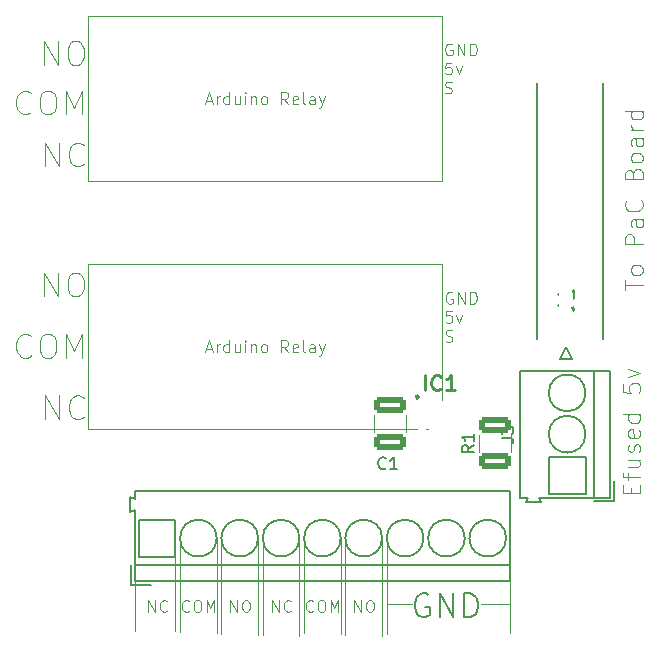
<source format=gto>
%TF.GenerationSoftware,KiCad,Pcbnew,9.0.0*%
%TF.CreationDate,2025-04-09T17:27:32-07:00*%
%TF.ProjectId,Relay Board,52656c61-7920-4426-9f61-72642e6b6963,rev?*%
%TF.SameCoordinates,Original*%
%TF.FileFunction,Legend,Top*%
%TF.FilePolarity,Positive*%
%FSLAX46Y46*%
G04 Gerber Fmt 4.6, Leading zero omitted, Abs format (unit mm)*
G04 Created by KiCad (PCBNEW 9.0.0) date 2025-04-09 17:27:32*
%MOMM*%
%LPD*%
G01*
G04 APERTURE LIST*
G04 Aperture macros list*
%AMRoundRect*
0 Rectangle with rounded corners*
0 $1 Rounding radius*
0 $2 $3 $4 $5 $6 $7 $8 $9 X,Y pos of 4 corners*
0 Add a 4 corners polygon primitive as box body*
4,1,4,$2,$3,$4,$5,$6,$7,$8,$9,$2,$3,0*
0 Add four circle primitives for the rounded corners*
1,1,$1+$1,$2,$3*
1,1,$1+$1,$4,$5*
1,1,$1+$1,$6,$7*
1,1,$1+$1,$8,$9*
0 Add four rect primitives between the rounded corners*
20,1,$1+$1,$2,$3,$4,$5,0*
20,1,$1+$1,$4,$5,$6,$7,0*
20,1,$1+$1,$6,$7,$8,$9,0*
20,1,$1+$1,$8,$9,$2,$3,0*%
G04 Aperture macros list end*
%ADD10C,0.100000*%
%ADD11C,0.200000*%
%ADD12C,0.254000*%
%ADD13C,0.150000*%
%ADD14C,0.250000*%
%ADD15C,0.127000*%
%ADD16C,0.120000*%
%ADD17C,0.160000*%
%ADD18C,2.000000*%
%ADD19R,0.750000X0.300000*%
%ADD20R,1.900000X2.600000*%
%ADD21R,1.170000X1.170000*%
%ADD22C,1.170000*%
%ADD23C,2.560000*%
%ADD24RoundRect,0.250000X-1.100000X0.412500X-1.100000X-0.412500X1.100000X-0.412500X1.100000X0.412500X0*%
%ADD25R,2.400000X2.400000*%
%ADD26C,2.400000*%
%ADD27C,6.000000*%
%ADD28RoundRect,0.250000X1.075000X-0.400000X1.075000X0.400000X-1.075000X0.400000X-1.075000X-0.400000X0*%
G04 APERTURE END LIST*
D10*
X109498214Y-145030000D02*
X109500000Y-149250000D01*
X119933214Y-141400000D02*
X119933214Y-149600000D01*
X116823214Y-141400000D02*
X116823214Y-149475000D01*
X138800000Y-147000000D02*
X141200000Y-147000000D01*
X113323214Y-141400000D02*
X113323214Y-149325000D01*
X126933214Y-141400000D02*
X126933214Y-149500000D01*
X130433214Y-141400000D02*
X130433214Y-149650000D01*
X141258214Y-145030000D02*
X141258214Y-149425007D01*
X123823214Y-141400000D02*
X123823214Y-149425000D01*
X127323214Y-141400000D02*
X127323214Y-149575000D01*
X112933214Y-142955000D02*
X112933214Y-149275000D01*
X120323214Y-141400000D02*
X120323214Y-149575000D01*
X116433214Y-141400000D02*
X116433214Y-149425000D01*
X123433214Y-141399996D02*
X123433214Y-149675000D01*
X130823214Y-141400000D02*
X130825000Y-149500000D01*
X133000000Y-147000000D02*
X130825000Y-147000000D01*
X128068690Y-147642419D02*
X128068690Y-146642419D01*
X128068690Y-146642419D02*
X128640118Y-147642419D01*
X128640118Y-147642419D02*
X128640118Y-146642419D01*
X129306785Y-146642419D02*
X129497261Y-146642419D01*
X129497261Y-146642419D02*
X129592499Y-146690038D01*
X129592499Y-146690038D02*
X129687737Y-146785276D01*
X129687737Y-146785276D02*
X129735356Y-146975752D01*
X129735356Y-146975752D02*
X129735356Y-147309085D01*
X129735356Y-147309085D02*
X129687737Y-147499561D01*
X129687737Y-147499561D02*
X129592499Y-147594800D01*
X129592499Y-147594800D02*
X129497261Y-147642419D01*
X129497261Y-147642419D02*
X129306785Y-147642419D01*
X129306785Y-147642419D02*
X129211547Y-147594800D01*
X129211547Y-147594800D02*
X129116309Y-147499561D01*
X129116309Y-147499561D02*
X129068690Y-147309085D01*
X129068690Y-147309085D02*
X129068690Y-146975752D01*
X129068690Y-146975752D02*
X129116309Y-146785276D01*
X129116309Y-146785276D02*
X129211547Y-146690038D01*
X129211547Y-146690038D02*
X129306785Y-146642419D01*
X136352693Y-99570094D02*
X136257455Y-99522475D01*
X136257455Y-99522475D02*
X136114598Y-99522475D01*
X136114598Y-99522475D02*
X135971741Y-99570094D01*
X135971741Y-99570094D02*
X135876503Y-99665332D01*
X135876503Y-99665332D02*
X135828884Y-99760570D01*
X135828884Y-99760570D02*
X135781265Y-99951046D01*
X135781265Y-99951046D02*
X135781265Y-100093903D01*
X135781265Y-100093903D02*
X135828884Y-100284379D01*
X135828884Y-100284379D02*
X135876503Y-100379617D01*
X135876503Y-100379617D02*
X135971741Y-100474856D01*
X135971741Y-100474856D02*
X136114598Y-100522475D01*
X136114598Y-100522475D02*
X136209836Y-100522475D01*
X136209836Y-100522475D02*
X136352693Y-100474856D01*
X136352693Y-100474856D02*
X136400312Y-100427236D01*
X136400312Y-100427236D02*
X136400312Y-100093903D01*
X136400312Y-100093903D02*
X136209836Y-100093903D01*
X136828884Y-100522475D02*
X136828884Y-99522475D01*
X136828884Y-99522475D02*
X137400312Y-100522475D01*
X137400312Y-100522475D02*
X137400312Y-99522475D01*
X137876503Y-100522475D02*
X137876503Y-99522475D01*
X137876503Y-99522475D02*
X138114598Y-99522475D01*
X138114598Y-99522475D02*
X138257455Y-99570094D01*
X138257455Y-99570094D02*
X138352693Y-99665332D01*
X138352693Y-99665332D02*
X138400312Y-99760570D01*
X138400312Y-99760570D02*
X138447931Y-99951046D01*
X138447931Y-99951046D02*
X138447931Y-100093903D01*
X138447931Y-100093903D02*
X138400312Y-100284379D01*
X138400312Y-100284379D02*
X138352693Y-100379617D01*
X138352693Y-100379617D02*
X138257455Y-100474856D01*
X138257455Y-100474856D02*
X138114598Y-100522475D01*
X138114598Y-100522475D02*
X137876503Y-100522475D01*
X136305074Y-101132419D02*
X135828884Y-101132419D01*
X135828884Y-101132419D02*
X135781265Y-101608609D01*
X135781265Y-101608609D02*
X135828884Y-101560990D01*
X135828884Y-101560990D02*
X135924122Y-101513371D01*
X135924122Y-101513371D02*
X136162217Y-101513371D01*
X136162217Y-101513371D02*
X136257455Y-101560990D01*
X136257455Y-101560990D02*
X136305074Y-101608609D01*
X136305074Y-101608609D02*
X136352693Y-101703847D01*
X136352693Y-101703847D02*
X136352693Y-101941942D01*
X136352693Y-101941942D02*
X136305074Y-102037180D01*
X136305074Y-102037180D02*
X136257455Y-102084800D01*
X136257455Y-102084800D02*
X136162217Y-102132419D01*
X136162217Y-102132419D02*
X135924122Y-102132419D01*
X135924122Y-102132419D02*
X135828884Y-102084800D01*
X135828884Y-102084800D02*
X135781265Y-102037180D01*
X136686027Y-101465752D02*
X136924122Y-102132419D01*
X136924122Y-102132419D02*
X137162217Y-101465752D01*
X135781265Y-103694744D02*
X135924122Y-103742363D01*
X135924122Y-103742363D02*
X136162217Y-103742363D01*
X136162217Y-103742363D02*
X136257455Y-103694744D01*
X136257455Y-103694744D02*
X136305074Y-103647124D01*
X136305074Y-103647124D02*
X136352693Y-103551886D01*
X136352693Y-103551886D02*
X136352693Y-103456648D01*
X136352693Y-103456648D02*
X136305074Y-103361410D01*
X136305074Y-103361410D02*
X136257455Y-103313791D01*
X136257455Y-103313791D02*
X136162217Y-103266172D01*
X136162217Y-103266172D02*
X135971741Y-103218553D01*
X135971741Y-103218553D02*
X135876503Y-103170934D01*
X135876503Y-103170934D02*
X135828884Y-103123315D01*
X135828884Y-103123315D02*
X135781265Y-103028077D01*
X135781265Y-103028077D02*
X135781265Y-102932839D01*
X135781265Y-102932839D02*
X135828884Y-102837601D01*
X135828884Y-102837601D02*
X135876503Y-102789982D01*
X135876503Y-102789982D02*
X135971741Y-102742363D01*
X135971741Y-102742363D02*
X136209836Y-102742363D01*
X136209836Y-102742363D02*
X136352693Y-102789982D01*
X101819925Y-101320038D02*
X101819925Y-99320038D01*
X101819925Y-99320038D02*
X102962782Y-101320038D01*
X102962782Y-101320038D02*
X102962782Y-99320038D01*
X104296115Y-99320038D02*
X104677068Y-99320038D01*
X104677068Y-99320038D02*
X104867544Y-99415276D01*
X104867544Y-99415276D02*
X105058020Y-99605752D01*
X105058020Y-99605752D02*
X105153258Y-99986704D01*
X105153258Y-99986704D02*
X105153258Y-100653371D01*
X105153258Y-100653371D02*
X105058020Y-101034323D01*
X105058020Y-101034323D02*
X104867544Y-101224800D01*
X104867544Y-101224800D02*
X104677068Y-101320038D01*
X104677068Y-101320038D02*
X104296115Y-101320038D01*
X104296115Y-101320038D02*
X104105639Y-101224800D01*
X104105639Y-101224800D02*
X103915163Y-101034323D01*
X103915163Y-101034323D02*
X103819925Y-100653371D01*
X103819925Y-100653371D02*
X103819925Y-99986704D01*
X103819925Y-99986704D02*
X103915163Y-99605752D01*
X103915163Y-99605752D02*
X104105639Y-99415276D01*
X104105639Y-99415276D02*
X104296115Y-99320038D01*
X101819925Y-120920038D02*
X101819925Y-118920038D01*
X101819925Y-118920038D02*
X102962782Y-120920038D01*
X102962782Y-120920038D02*
X102962782Y-118920038D01*
X104296115Y-118920038D02*
X104677068Y-118920038D01*
X104677068Y-118920038D02*
X104867544Y-119015276D01*
X104867544Y-119015276D02*
X105058020Y-119205752D01*
X105058020Y-119205752D02*
X105153258Y-119586704D01*
X105153258Y-119586704D02*
X105153258Y-120253371D01*
X105153258Y-120253371D02*
X105058020Y-120634323D01*
X105058020Y-120634323D02*
X104867544Y-120824800D01*
X104867544Y-120824800D02*
X104677068Y-120920038D01*
X104677068Y-120920038D02*
X104296115Y-120920038D01*
X104296115Y-120920038D02*
X104105639Y-120824800D01*
X104105639Y-120824800D02*
X103915163Y-120634323D01*
X103915163Y-120634323D02*
X103819925Y-120253371D01*
X103819925Y-120253371D02*
X103819925Y-119586704D01*
X103819925Y-119586704D02*
X103915163Y-119205752D01*
X103915163Y-119205752D02*
X104105639Y-119015276D01*
X104105639Y-119015276D02*
X104296115Y-118920038D01*
X151503014Y-137614285D02*
X151503014Y-137114285D01*
X152288728Y-136899999D02*
X152288728Y-137614285D01*
X152288728Y-137614285D02*
X150788728Y-137614285D01*
X150788728Y-137614285D02*
X150788728Y-136899999D01*
X151288728Y-136471427D02*
X151288728Y-135899999D01*
X152288728Y-136257142D02*
X151003014Y-136257142D01*
X151003014Y-136257142D02*
X150860157Y-136185713D01*
X150860157Y-136185713D02*
X150788728Y-136042856D01*
X150788728Y-136042856D02*
X150788728Y-135899999D01*
X151288728Y-134757142D02*
X152288728Y-134757142D01*
X151288728Y-135399999D02*
X152074442Y-135399999D01*
X152074442Y-135399999D02*
X152217300Y-135328570D01*
X152217300Y-135328570D02*
X152288728Y-135185713D01*
X152288728Y-135185713D02*
X152288728Y-134971427D01*
X152288728Y-134971427D02*
X152217300Y-134828570D01*
X152217300Y-134828570D02*
X152145871Y-134757142D01*
X152217300Y-134114284D02*
X152288728Y-133971427D01*
X152288728Y-133971427D02*
X152288728Y-133685713D01*
X152288728Y-133685713D02*
X152217300Y-133542856D01*
X152217300Y-133542856D02*
X152074442Y-133471427D01*
X152074442Y-133471427D02*
X152003014Y-133471427D01*
X152003014Y-133471427D02*
X151860157Y-133542856D01*
X151860157Y-133542856D02*
X151788728Y-133685713D01*
X151788728Y-133685713D02*
X151788728Y-133899999D01*
X151788728Y-133899999D02*
X151717300Y-134042856D01*
X151717300Y-134042856D02*
X151574442Y-134114284D01*
X151574442Y-134114284D02*
X151503014Y-134114284D01*
X151503014Y-134114284D02*
X151360157Y-134042856D01*
X151360157Y-134042856D02*
X151288728Y-133899999D01*
X151288728Y-133899999D02*
X151288728Y-133685713D01*
X151288728Y-133685713D02*
X151360157Y-133542856D01*
X152217300Y-132257141D02*
X152288728Y-132399998D01*
X152288728Y-132399998D02*
X152288728Y-132685713D01*
X152288728Y-132685713D02*
X152217300Y-132828570D01*
X152217300Y-132828570D02*
X152074442Y-132899998D01*
X152074442Y-132899998D02*
X151503014Y-132899998D01*
X151503014Y-132899998D02*
X151360157Y-132828570D01*
X151360157Y-132828570D02*
X151288728Y-132685713D01*
X151288728Y-132685713D02*
X151288728Y-132399998D01*
X151288728Y-132399998D02*
X151360157Y-132257141D01*
X151360157Y-132257141D02*
X151503014Y-132185713D01*
X151503014Y-132185713D02*
X151645871Y-132185713D01*
X151645871Y-132185713D02*
X151788728Y-132899998D01*
X152288728Y-130899999D02*
X150788728Y-130899999D01*
X152217300Y-130899999D02*
X152288728Y-131042856D01*
X152288728Y-131042856D02*
X152288728Y-131328570D01*
X152288728Y-131328570D02*
X152217300Y-131471427D01*
X152217300Y-131471427D02*
X152145871Y-131542856D01*
X152145871Y-131542856D02*
X152003014Y-131614284D01*
X152003014Y-131614284D02*
X151574442Y-131614284D01*
X151574442Y-131614284D02*
X151431585Y-131542856D01*
X151431585Y-131542856D02*
X151360157Y-131471427D01*
X151360157Y-131471427D02*
X151288728Y-131328570D01*
X151288728Y-131328570D02*
X151288728Y-131042856D01*
X151288728Y-131042856D02*
X151360157Y-130899999D01*
X150788728Y-128328570D02*
X150788728Y-129042856D01*
X150788728Y-129042856D02*
X151503014Y-129114284D01*
X151503014Y-129114284D02*
X151431585Y-129042856D01*
X151431585Y-129042856D02*
X151360157Y-128899999D01*
X151360157Y-128899999D02*
X151360157Y-128542856D01*
X151360157Y-128542856D02*
X151431585Y-128399999D01*
X151431585Y-128399999D02*
X151503014Y-128328570D01*
X151503014Y-128328570D02*
X151645871Y-128257141D01*
X151645871Y-128257141D02*
X152003014Y-128257141D01*
X152003014Y-128257141D02*
X152145871Y-128328570D01*
X152145871Y-128328570D02*
X152217300Y-128399999D01*
X152217300Y-128399999D02*
X152288728Y-128542856D01*
X152288728Y-128542856D02*
X152288728Y-128899999D01*
X152288728Y-128899999D02*
X152217300Y-129042856D01*
X152217300Y-129042856D02*
X152145871Y-129114284D01*
X151288728Y-127757142D02*
X152288728Y-127399999D01*
X152288728Y-127399999D02*
X151288728Y-127042856D01*
D11*
X134354404Y-146180076D02*
X134163928Y-146084838D01*
X134163928Y-146084838D02*
X133878214Y-146084838D01*
X133878214Y-146084838D02*
X133592499Y-146180076D01*
X133592499Y-146180076D02*
X133402023Y-146370552D01*
X133402023Y-146370552D02*
X133306785Y-146561028D01*
X133306785Y-146561028D02*
X133211547Y-146941980D01*
X133211547Y-146941980D02*
X133211547Y-147227695D01*
X133211547Y-147227695D02*
X133306785Y-147608647D01*
X133306785Y-147608647D02*
X133402023Y-147799123D01*
X133402023Y-147799123D02*
X133592499Y-147989600D01*
X133592499Y-147989600D02*
X133878214Y-148084838D01*
X133878214Y-148084838D02*
X134068690Y-148084838D01*
X134068690Y-148084838D02*
X134354404Y-147989600D01*
X134354404Y-147989600D02*
X134449642Y-147894361D01*
X134449642Y-147894361D02*
X134449642Y-147227695D01*
X134449642Y-147227695D02*
X134068690Y-147227695D01*
X135306785Y-148084838D02*
X135306785Y-146084838D01*
X135306785Y-146084838D02*
X136449642Y-148084838D01*
X136449642Y-148084838D02*
X136449642Y-146084838D01*
X137402023Y-148084838D02*
X137402023Y-146084838D01*
X137402023Y-146084838D02*
X137878213Y-146084838D01*
X137878213Y-146084838D02*
X138163928Y-146180076D01*
X138163928Y-146180076D02*
X138354404Y-146370552D01*
X138354404Y-146370552D02*
X138449642Y-146561028D01*
X138449642Y-146561028D02*
X138544880Y-146941980D01*
X138544880Y-146941980D02*
X138544880Y-147227695D01*
X138544880Y-147227695D02*
X138449642Y-147608647D01*
X138449642Y-147608647D02*
X138354404Y-147799123D01*
X138354404Y-147799123D02*
X138163928Y-147989600D01*
X138163928Y-147989600D02*
X137878213Y-148084838D01*
X137878213Y-148084838D02*
X137402023Y-148084838D01*
D10*
X110592500Y-147642419D02*
X110592500Y-146642419D01*
X110592500Y-146642419D02*
X111163928Y-147642419D01*
X111163928Y-147642419D02*
X111163928Y-146642419D01*
X112211547Y-147547180D02*
X112163928Y-147594800D01*
X112163928Y-147594800D02*
X112021071Y-147642419D01*
X112021071Y-147642419D02*
X111925833Y-147642419D01*
X111925833Y-147642419D02*
X111782976Y-147594800D01*
X111782976Y-147594800D02*
X111687738Y-147499561D01*
X111687738Y-147499561D02*
X111640119Y-147404323D01*
X111640119Y-147404323D02*
X111592500Y-147213847D01*
X111592500Y-147213847D02*
X111592500Y-147070990D01*
X111592500Y-147070990D02*
X111640119Y-146880514D01*
X111640119Y-146880514D02*
X111687738Y-146785276D01*
X111687738Y-146785276D02*
X111782976Y-146690038D01*
X111782976Y-146690038D02*
X111925833Y-146642419D01*
X111925833Y-146642419D02*
X112021071Y-146642419D01*
X112021071Y-146642419D02*
X112163928Y-146690038D01*
X112163928Y-146690038D02*
X112211547Y-146737657D01*
X100699092Y-105329561D02*
X100603854Y-105424800D01*
X100603854Y-105424800D02*
X100318140Y-105520038D01*
X100318140Y-105520038D02*
X100127664Y-105520038D01*
X100127664Y-105520038D02*
X99841949Y-105424800D01*
X99841949Y-105424800D02*
X99651473Y-105234323D01*
X99651473Y-105234323D02*
X99556235Y-105043847D01*
X99556235Y-105043847D02*
X99460997Y-104662895D01*
X99460997Y-104662895D02*
X99460997Y-104377180D01*
X99460997Y-104377180D02*
X99556235Y-103996228D01*
X99556235Y-103996228D02*
X99651473Y-103805752D01*
X99651473Y-103805752D02*
X99841949Y-103615276D01*
X99841949Y-103615276D02*
X100127664Y-103520038D01*
X100127664Y-103520038D02*
X100318140Y-103520038D01*
X100318140Y-103520038D02*
X100603854Y-103615276D01*
X100603854Y-103615276D02*
X100699092Y-103710514D01*
X101937187Y-103520038D02*
X102318140Y-103520038D01*
X102318140Y-103520038D02*
X102508616Y-103615276D01*
X102508616Y-103615276D02*
X102699092Y-103805752D01*
X102699092Y-103805752D02*
X102794330Y-104186704D01*
X102794330Y-104186704D02*
X102794330Y-104853371D01*
X102794330Y-104853371D02*
X102699092Y-105234323D01*
X102699092Y-105234323D02*
X102508616Y-105424800D01*
X102508616Y-105424800D02*
X102318140Y-105520038D01*
X102318140Y-105520038D02*
X101937187Y-105520038D01*
X101937187Y-105520038D02*
X101746711Y-105424800D01*
X101746711Y-105424800D02*
X101556235Y-105234323D01*
X101556235Y-105234323D02*
X101460997Y-104853371D01*
X101460997Y-104853371D02*
X101460997Y-104186704D01*
X101460997Y-104186704D02*
X101556235Y-103805752D01*
X101556235Y-103805752D02*
X101746711Y-103615276D01*
X101746711Y-103615276D02*
X101937187Y-103520038D01*
X103651473Y-105520038D02*
X103651473Y-103520038D01*
X103651473Y-103520038D02*
X104318140Y-104948609D01*
X104318140Y-104948609D02*
X104984806Y-103520038D01*
X104984806Y-103520038D02*
X104984806Y-105520038D01*
X100699092Y-125929561D02*
X100603854Y-126024800D01*
X100603854Y-126024800D02*
X100318140Y-126120038D01*
X100318140Y-126120038D02*
X100127664Y-126120038D01*
X100127664Y-126120038D02*
X99841949Y-126024800D01*
X99841949Y-126024800D02*
X99651473Y-125834323D01*
X99651473Y-125834323D02*
X99556235Y-125643847D01*
X99556235Y-125643847D02*
X99460997Y-125262895D01*
X99460997Y-125262895D02*
X99460997Y-124977180D01*
X99460997Y-124977180D02*
X99556235Y-124596228D01*
X99556235Y-124596228D02*
X99651473Y-124405752D01*
X99651473Y-124405752D02*
X99841949Y-124215276D01*
X99841949Y-124215276D02*
X100127664Y-124120038D01*
X100127664Y-124120038D02*
X100318140Y-124120038D01*
X100318140Y-124120038D02*
X100603854Y-124215276D01*
X100603854Y-124215276D02*
X100699092Y-124310514D01*
X101937187Y-124120038D02*
X102318140Y-124120038D01*
X102318140Y-124120038D02*
X102508616Y-124215276D01*
X102508616Y-124215276D02*
X102699092Y-124405752D01*
X102699092Y-124405752D02*
X102794330Y-124786704D01*
X102794330Y-124786704D02*
X102794330Y-125453371D01*
X102794330Y-125453371D02*
X102699092Y-125834323D01*
X102699092Y-125834323D02*
X102508616Y-126024800D01*
X102508616Y-126024800D02*
X102318140Y-126120038D01*
X102318140Y-126120038D02*
X101937187Y-126120038D01*
X101937187Y-126120038D02*
X101746711Y-126024800D01*
X101746711Y-126024800D02*
X101556235Y-125834323D01*
X101556235Y-125834323D02*
X101460997Y-125453371D01*
X101460997Y-125453371D02*
X101460997Y-124786704D01*
X101460997Y-124786704D02*
X101556235Y-124405752D01*
X101556235Y-124405752D02*
X101746711Y-124215276D01*
X101746711Y-124215276D02*
X101937187Y-124120038D01*
X103651473Y-126120038D02*
X103651473Y-124120038D01*
X103651473Y-124120038D02*
X104318140Y-125548609D01*
X104318140Y-125548609D02*
X104984806Y-124120038D01*
X104984806Y-124120038D02*
X104984806Y-126120038D01*
X101915163Y-131320038D02*
X101915163Y-129320038D01*
X101915163Y-129320038D02*
X103058020Y-131320038D01*
X103058020Y-131320038D02*
X103058020Y-129320038D01*
X105153258Y-131129561D02*
X105058020Y-131224800D01*
X105058020Y-131224800D02*
X104772306Y-131320038D01*
X104772306Y-131320038D02*
X104581830Y-131320038D01*
X104581830Y-131320038D02*
X104296115Y-131224800D01*
X104296115Y-131224800D02*
X104105639Y-131034323D01*
X104105639Y-131034323D02*
X104010401Y-130843847D01*
X104010401Y-130843847D02*
X103915163Y-130462895D01*
X103915163Y-130462895D02*
X103915163Y-130177180D01*
X103915163Y-130177180D02*
X104010401Y-129796228D01*
X104010401Y-129796228D02*
X104105639Y-129605752D01*
X104105639Y-129605752D02*
X104296115Y-129415276D01*
X104296115Y-129415276D02*
X104581830Y-129320038D01*
X104581830Y-129320038D02*
X104772306Y-129320038D01*
X104772306Y-129320038D02*
X105058020Y-129415276D01*
X105058020Y-129415276D02*
X105153258Y-129510514D01*
X117568690Y-147642419D02*
X117568690Y-146642419D01*
X117568690Y-146642419D02*
X118140118Y-147642419D01*
X118140118Y-147642419D02*
X118140118Y-146642419D01*
X118806785Y-146642419D02*
X118997261Y-146642419D01*
X118997261Y-146642419D02*
X119092499Y-146690038D01*
X119092499Y-146690038D02*
X119187737Y-146785276D01*
X119187737Y-146785276D02*
X119235356Y-146975752D01*
X119235356Y-146975752D02*
X119235356Y-147309085D01*
X119235356Y-147309085D02*
X119187737Y-147499561D01*
X119187737Y-147499561D02*
X119092499Y-147594800D01*
X119092499Y-147594800D02*
X118997261Y-147642419D01*
X118997261Y-147642419D02*
X118806785Y-147642419D01*
X118806785Y-147642419D02*
X118711547Y-147594800D01*
X118711547Y-147594800D02*
X118616309Y-147499561D01*
X118616309Y-147499561D02*
X118568690Y-147309085D01*
X118568690Y-147309085D02*
X118568690Y-146975752D01*
X118568690Y-146975752D02*
X118616309Y-146785276D01*
X118616309Y-146785276D02*
X118711547Y-146690038D01*
X118711547Y-146690038D02*
X118806785Y-146642419D01*
X114092499Y-147547180D02*
X114044880Y-147594800D01*
X114044880Y-147594800D02*
X113902023Y-147642419D01*
X113902023Y-147642419D02*
X113806785Y-147642419D01*
X113806785Y-147642419D02*
X113663928Y-147594800D01*
X113663928Y-147594800D02*
X113568690Y-147499561D01*
X113568690Y-147499561D02*
X113521071Y-147404323D01*
X113521071Y-147404323D02*
X113473452Y-147213847D01*
X113473452Y-147213847D02*
X113473452Y-147070990D01*
X113473452Y-147070990D02*
X113521071Y-146880514D01*
X113521071Y-146880514D02*
X113568690Y-146785276D01*
X113568690Y-146785276D02*
X113663928Y-146690038D01*
X113663928Y-146690038D02*
X113806785Y-146642419D01*
X113806785Y-146642419D02*
X113902023Y-146642419D01*
X113902023Y-146642419D02*
X114044880Y-146690038D01*
X114044880Y-146690038D02*
X114092499Y-146737657D01*
X114711547Y-146642419D02*
X114902023Y-146642419D01*
X114902023Y-146642419D02*
X114997261Y-146690038D01*
X114997261Y-146690038D02*
X115092499Y-146785276D01*
X115092499Y-146785276D02*
X115140118Y-146975752D01*
X115140118Y-146975752D02*
X115140118Y-147309085D01*
X115140118Y-147309085D02*
X115092499Y-147499561D01*
X115092499Y-147499561D02*
X114997261Y-147594800D01*
X114997261Y-147594800D02*
X114902023Y-147642419D01*
X114902023Y-147642419D02*
X114711547Y-147642419D01*
X114711547Y-147642419D02*
X114616309Y-147594800D01*
X114616309Y-147594800D02*
X114521071Y-147499561D01*
X114521071Y-147499561D02*
X114473452Y-147309085D01*
X114473452Y-147309085D02*
X114473452Y-146975752D01*
X114473452Y-146975752D02*
X114521071Y-146785276D01*
X114521071Y-146785276D02*
X114616309Y-146690038D01*
X114616309Y-146690038D02*
X114711547Y-146642419D01*
X115568690Y-147642419D02*
X115568690Y-146642419D01*
X115568690Y-146642419D02*
X115902023Y-147356704D01*
X115902023Y-147356704D02*
X116235356Y-146642419D01*
X116235356Y-146642419D02*
X116235356Y-147642419D01*
X136377693Y-120595094D02*
X136282455Y-120547475D01*
X136282455Y-120547475D02*
X136139598Y-120547475D01*
X136139598Y-120547475D02*
X135996741Y-120595094D01*
X135996741Y-120595094D02*
X135901503Y-120690332D01*
X135901503Y-120690332D02*
X135853884Y-120785570D01*
X135853884Y-120785570D02*
X135806265Y-120976046D01*
X135806265Y-120976046D02*
X135806265Y-121118903D01*
X135806265Y-121118903D02*
X135853884Y-121309379D01*
X135853884Y-121309379D02*
X135901503Y-121404617D01*
X135901503Y-121404617D02*
X135996741Y-121499856D01*
X135996741Y-121499856D02*
X136139598Y-121547475D01*
X136139598Y-121547475D02*
X136234836Y-121547475D01*
X136234836Y-121547475D02*
X136377693Y-121499856D01*
X136377693Y-121499856D02*
X136425312Y-121452236D01*
X136425312Y-121452236D02*
X136425312Y-121118903D01*
X136425312Y-121118903D02*
X136234836Y-121118903D01*
X136853884Y-121547475D02*
X136853884Y-120547475D01*
X136853884Y-120547475D02*
X137425312Y-121547475D01*
X137425312Y-121547475D02*
X137425312Y-120547475D01*
X137901503Y-121547475D02*
X137901503Y-120547475D01*
X137901503Y-120547475D02*
X138139598Y-120547475D01*
X138139598Y-120547475D02*
X138282455Y-120595094D01*
X138282455Y-120595094D02*
X138377693Y-120690332D01*
X138377693Y-120690332D02*
X138425312Y-120785570D01*
X138425312Y-120785570D02*
X138472931Y-120976046D01*
X138472931Y-120976046D02*
X138472931Y-121118903D01*
X138472931Y-121118903D02*
X138425312Y-121309379D01*
X138425312Y-121309379D02*
X138377693Y-121404617D01*
X138377693Y-121404617D02*
X138282455Y-121499856D01*
X138282455Y-121499856D02*
X138139598Y-121547475D01*
X138139598Y-121547475D02*
X137901503Y-121547475D01*
X136330074Y-122157419D02*
X135853884Y-122157419D01*
X135853884Y-122157419D02*
X135806265Y-122633609D01*
X135806265Y-122633609D02*
X135853884Y-122585990D01*
X135853884Y-122585990D02*
X135949122Y-122538371D01*
X135949122Y-122538371D02*
X136187217Y-122538371D01*
X136187217Y-122538371D02*
X136282455Y-122585990D01*
X136282455Y-122585990D02*
X136330074Y-122633609D01*
X136330074Y-122633609D02*
X136377693Y-122728847D01*
X136377693Y-122728847D02*
X136377693Y-122966942D01*
X136377693Y-122966942D02*
X136330074Y-123062180D01*
X136330074Y-123062180D02*
X136282455Y-123109800D01*
X136282455Y-123109800D02*
X136187217Y-123157419D01*
X136187217Y-123157419D02*
X135949122Y-123157419D01*
X135949122Y-123157419D02*
X135853884Y-123109800D01*
X135853884Y-123109800D02*
X135806265Y-123062180D01*
X136711027Y-122490752D02*
X136949122Y-123157419D01*
X136949122Y-123157419D02*
X137187217Y-122490752D01*
X135806265Y-124719744D02*
X135949122Y-124767363D01*
X135949122Y-124767363D02*
X136187217Y-124767363D01*
X136187217Y-124767363D02*
X136282455Y-124719744D01*
X136282455Y-124719744D02*
X136330074Y-124672124D01*
X136330074Y-124672124D02*
X136377693Y-124576886D01*
X136377693Y-124576886D02*
X136377693Y-124481648D01*
X136377693Y-124481648D02*
X136330074Y-124386410D01*
X136330074Y-124386410D02*
X136282455Y-124338791D01*
X136282455Y-124338791D02*
X136187217Y-124291172D01*
X136187217Y-124291172D02*
X135996741Y-124243553D01*
X135996741Y-124243553D02*
X135901503Y-124195934D01*
X135901503Y-124195934D02*
X135853884Y-124148315D01*
X135853884Y-124148315D02*
X135806265Y-124053077D01*
X135806265Y-124053077D02*
X135806265Y-123957839D01*
X135806265Y-123957839D02*
X135853884Y-123862601D01*
X135853884Y-123862601D02*
X135901503Y-123814982D01*
X135901503Y-123814982D02*
X135996741Y-123767363D01*
X135996741Y-123767363D02*
X136234836Y-123767363D01*
X136234836Y-123767363D02*
X136377693Y-123814982D01*
X150988728Y-120378570D02*
X150988728Y-119521428D01*
X152488728Y-119949999D02*
X150988728Y-119949999D01*
X152488728Y-118807142D02*
X152417300Y-118949999D01*
X152417300Y-118949999D02*
X152345871Y-119021428D01*
X152345871Y-119021428D02*
X152203014Y-119092856D01*
X152203014Y-119092856D02*
X151774442Y-119092856D01*
X151774442Y-119092856D02*
X151631585Y-119021428D01*
X151631585Y-119021428D02*
X151560157Y-118949999D01*
X151560157Y-118949999D02*
X151488728Y-118807142D01*
X151488728Y-118807142D02*
X151488728Y-118592856D01*
X151488728Y-118592856D02*
X151560157Y-118449999D01*
X151560157Y-118449999D02*
X151631585Y-118378571D01*
X151631585Y-118378571D02*
X151774442Y-118307142D01*
X151774442Y-118307142D02*
X152203014Y-118307142D01*
X152203014Y-118307142D02*
X152345871Y-118378571D01*
X152345871Y-118378571D02*
X152417300Y-118449999D01*
X152417300Y-118449999D02*
X152488728Y-118592856D01*
X152488728Y-118592856D02*
X152488728Y-118807142D01*
X152488728Y-116521428D02*
X150988728Y-116521428D01*
X150988728Y-116521428D02*
X150988728Y-115949999D01*
X150988728Y-115949999D02*
X151060157Y-115807142D01*
X151060157Y-115807142D02*
X151131585Y-115735713D01*
X151131585Y-115735713D02*
X151274442Y-115664285D01*
X151274442Y-115664285D02*
X151488728Y-115664285D01*
X151488728Y-115664285D02*
X151631585Y-115735713D01*
X151631585Y-115735713D02*
X151703014Y-115807142D01*
X151703014Y-115807142D02*
X151774442Y-115949999D01*
X151774442Y-115949999D02*
X151774442Y-116521428D01*
X152488728Y-114378571D02*
X151703014Y-114378571D01*
X151703014Y-114378571D02*
X151560157Y-114449999D01*
X151560157Y-114449999D02*
X151488728Y-114592856D01*
X151488728Y-114592856D02*
X151488728Y-114878571D01*
X151488728Y-114878571D02*
X151560157Y-115021428D01*
X152417300Y-114378571D02*
X152488728Y-114521428D01*
X152488728Y-114521428D02*
X152488728Y-114878571D01*
X152488728Y-114878571D02*
X152417300Y-115021428D01*
X152417300Y-115021428D02*
X152274442Y-115092856D01*
X152274442Y-115092856D02*
X152131585Y-115092856D01*
X152131585Y-115092856D02*
X151988728Y-115021428D01*
X151988728Y-115021428D02*
X151917300Y-114878571D01*
X151917300Y-114878571D02*
X151917300Y-114521428D01*
X151917300Y-114521428D02*
X151845871Y-114378571D01*
X152345871Y-112807142D02*
X152417300Y-112878570D01*
X152417300Y-112878570D02*
X152488728Y-113092856D01*
X152488728Y-113092856D02*
X152488728Y-113235713D01*
X152488728Y-113235713D02*
X152417300Y-113449999D01*
X152417300Y-113449999D02*
X152274442Y-113592856D01*
X152274442Y-113592856D02*
X152131585Y-113664285D01*
X152131585Y-113664285D02*
X151845871Y-113735713D01*
X151845871Y-113735713D02*
X151631585Y-113735713D01*
X151631585Y-113735713D02*
X151345871Y-113664285D01*
X151345871Y-113664285D02*
X151203014Y-113592856D01*
X151203014Y-113592856D02*
X151060157Y-113449999D01*
X151060157Y-113449999D02*
X150988728Y-113235713D01*
X150988728Y-113235713D02*
X150988728Y-113092856D01*
X150988728Y-113092856D02*
X151060157Y-112878570D01*
X151060157Y-112878570D02*
X151131585Y-112807142D01*
X151703014Y-110521428D02*
X151774442Y-110307142D01*
X151774442Y-110307142D02*
X151845871Y-110235713D01*
X151845871Y-110235713D02*
X151988728Y-110164285D01*
X151988728Y-110164285D02*
X152203014Y-110164285D01*
X152203014Y-110164285D02*
X152345871Y-110235713D01*
X152345871Y-110235713D02*
X152417300Y-110307142D01*
X152417300Y-110307142D02*
X152488728Y-110449999D01*
X152488728Y-110449999D02*
X152488728Y-111021428D01*
X152488728Y-111021428D02*
X150988728Y-111021428D01*
X150988728Y-111021428D02*
X150988728Y-110521428D01*
X150988728Y-110521428D02*
X151060157Y-110378571D01*
X151060157Y-110378571D02*
X151131585Y-110307142D01*
X151131585Y-110307142D02*
X151274442Y-110235713D01*
X151274442Y-110235713D02*
X151417300Y-110235713D01*
X151417300Y-110235713D02*
X151560157Y-110307142D01*
X151560157Y-110307142D02*
X151631585Y-110378571D01*
X151631585Y-110378571D02*
X151703014Y-110521428D01*
X151703014Y-110521428D02*
X151703014Y-111021428D01*
X152488728Y-109307142D02*
X152417300Y-109449999D01*
X152417300Y-109449999D02*
X152345871Y-109521428D01*
X152345871Y-109521428D02*
X152203014Y-109592856D01*
X152203014Y-109592856D02*
X151774442Y-109592856D01*
X151774442Y-109592856D02*
X151631585Y-109521428D01*
X151631585Y-109521428D02*
X151560157Y-109449999D01*
X151560157Y-109449999D02*
X151488728Y-109307142D01*
X151488728Y-109307142D02*
X151488728Y-109092856D01*
X151488728Y-109092856D02*
X151560157Y-108949999D01*
X151560157Y-108949999D02*
X151631585Y-108878571D01*
X151631585Y-108878571D02*
X151774442Y-108807142D01*
X151774442Y-108807142D02*
X152203014Y-108807142D01*
X152203014Y-108807142D02*
X152345871Y-108878571D01*
X152345871Y-108878571D02*
X152417300Y-108949999D01*
X152417300Y-108949999D02*
X152488728Y-109092856D01*
X152488728Y-109092856D02*
X152488728Y-109307142D01*
X152488728Y-107521428D02*
X151703014Y-107521428D01*
X151703014Y-107521428D02*
X151560157Y-107592856D01*
X151560157Y-107592856D02*
X151488728Y-107735713D01*
X151488728Y-107735713D02*
X151488728Y-108021428D01*
X151488728Y-108021428D02*
X151560157Y-108164285D01*
X152417300Y-107521428D02*
X152488728Y-107664285D01*
X152488728Y-107664285D02*
X152488728Y-108021428D01*
X152488728Y-108021428D02*
X152417300Y-108164285D01*
X152417300Y-108164285D02*
X152274442Y-108235713D01*
X152274442Y-108235713D02*
X152131585Y-108235713D01*
X152131585Y-108235713D02*
X151988728Y-108164285D01*
X151988728Y-108164285D02*
X151917300Y-108021428D01*
X151917300Y-108021428D02*
X151917300Y-107664285D01*
X151917300Y-107664285D02*
X151845871Y-107521428D01*
X152488728Y-106807142D02*
X151488728Y-106807142D01*
X151774442Y-106807142D02*
X151631585Y-106735713D01*
X151631585Y-106735713D02*
X151560157Y-106664285D01*
X151560157Y-106664285D02*
X151488728Y-106521427D01*
X151488728Y-106521427D02*
X151488728Y-106378570D01*
X152488728Y-105235714D02*
X150988728Y-105235714D01*
X152417300Y-105235714D02*
X152488728Y-105378571D01*
X152488728Y-105378571D02*
X152488728Y-105664285D01*
X152488728Y-105664285D02*
X152417300Y-105807142D01*
X152417300Y-105807142D02*
X152345871Y-105878571D01*
X152345871Y-105878571D02*
X152203014Y-105949999D01*
X152203014Y-105949999D02*
X151774442Y-105949999D01*
X151774442Y-105949999D02*
X151631585Y-105878571D01*
X151631585Y-105878571D02*
X151560157Y-105807142D01*
X151560157Y-105807142D02*
X151488728Y-105664285D01*
X151488728Y-105664285D02*
X151488728Y-105378571D01*
X151488728Y-105378571D02*
X151560157Y-105235714D01*
X101915163Y-109920038D02*
X101915163Y-107920038D01*
X101915163Y-107920038D02*
X103058020Y-109920038D01*
X103058020Y-109920038D02*
X103058020Y-107920038D01*
X105153258Y-109729561D02*
X105058020Y-109824800D01*
X105058020Y-109824800D02*
X104772306Y-109920038D01*
X104772306Y-109920038D02*
X104581830Y-109920038D01*
X104581830Y-109920038D02*
X104296115Y-109824800D01*
X104296115Y-109824800D02*
X104105639Y-109634323D01*
X104105639Y-109634323D02*
X104010401Y-109443847D01*
X104010401Y-109443847D02*
X103915163Y-109062895D01*
X103915163Y-109062895D02*
X103915163Y-108777180D01*
X103915163Y-108777180D02*
X104010401Y-108396228D01*
X104010401Y-108396228D02*
X104105639Y-108205752D01*
X104105639Y-108205752D02*
X104296115Y-108015276D01*
X104296115Y-108015276D02*
X104581830Y-107920038D01*
X104581830Y-107920038D02*
X104772306Y-107920038D01*
X104772306Y-107920038D02*
X105058020Y-108015276D01*
X105058020Y-108015276D02*
X105153258Y-108110514D01*
X124592499Y-147547180D02*
X124544880Y-147594800D01*
X124544880Y-147594800D02*
X124402023Y-147642419D01*
X124402023Y-147642419D02*
X124306785Y-147642419D01*
X124306785Y-147642419D02*
X124163928Y-147594800D01*
X124163928Y-147594800D02*
X124068690Y-147499561D01*
X124068690Y-147499561D02*
X124021071Y-147404323D01*
X124021071Y-147404323D02*
X123973452Y-147213847D01*
X123973452Y-147213847D02*
X123973452Y-147070990D01*
X123973452Y-147070990D02*
X124021071Y-146880514D01*
X124021071Y-146880514D02*
X124068690Y-146785276D01*
X124068690Y-146785276D02*
X124163928Y-146690038D01*
X124163928Y-146690038D02*
X124306785Y-146642419D01*
X124306785Y-146642419D02*
X124402023Y-146642419D01*
X124402023Y-146642419D02*
X124544880Y-146690038D01*
X124544880Y-146690038D02*
X124592499Y-146737657D01*
X125211547Y-146642419D02*
X125402023Y-146642419D01*
X125402023Y-146642419D02*
X125497261Y-146690038D01*
X125497261Y-146690038D02*
X125592499Y-146785276D01*
X125592499Y-146785276D02*
X125640118Y-146975752D01*
X125640118Y-146975752D02*
X125640118Y-147309085D01*
X125640118Y-147309085D02*
X125592499Y-147499561D01*
X125592499Y-147499561D02*
X125497261Y-147594800D01*
X125497261Y-147594800D02*
X125402023Y-147642419D01*
X125402023Y-147642419D02*
X125211547Y-147642419D01*
X125211547Y-147642419D02*
X125116309Y-147594800D01*
X125116309Y-147594800D02*
X125021071Y-147499561D01*
X125021071Y-147499561D02*
X124973452Y-147309085D01*
X124973452Y-147309085D02*
X124973452Y-146975752D01*
X124973452Y-146975752D02*
X125021071Y-146785276D01*
X125021071Y-146785276D02*
X125116309Y-146690038D01*
X125116309Y-146690038D02*
X125211547Y-146642419D01*
X126068690Y-147642419D02*
X126068690Y-146642419D01*
X126068690Y-146642419D02*
X126402023Y-147356704D01*
X126402023Y-147356704D02*
X126735356Y-146642419D01*
X126735356Y-146642419D02*
X126735356Y-147642419D01*
X121092500Y-147642419D02*
X121092500Y-146642419D01*
X121092500Y-146642419D02*
X121663928Y-147642419D01*
X121663928Y-147642419D02*
X121663928Y-146642419D01*
X122711547Y-147547180D02*
X122663928Y-147594800D01*
X122663928Y-147594800D02*
X122521071Y-147642419D01*
X122521071Y-147642419D02*
X122425833Y-147642419D01*
X122425833Y-147642419D02*
X122282976Y-147594800D01*
X122282976Y-147594800D02*
X122187738Y-147499561D01*
X122187738Y-147499561D02*
X122140119Y-147404323D01*
X122140119Y-147404323D02*
X122092500Y-147213847D01*
X122092500Y-147213847D02*
X122092500Y-147070990D01*
X122092500Y-147070990D02*
X122140119Y-146880514D01*
X122140119Y-146880514D02*
X122187738Y-146785276D01*
X122187738Y-146785276D02*
X122282976Y-146690038D01*
X122282976Y-146690038D02*
X122425833Y-146642419D01*
X122425833Y-146642419D02*
X122521071Y-146642419D01*
X122521071Y-146642419D02*
X122663928Y-146690038D01*
X122663928Y-146690038D02*
X122711547Y-146737657D01*
X115526785Y-104371704D02*
X116002975Y-104371704D01*
X115431547Y-104657419D02*
X115764880Y-103657419D01*
X115764880Y-103657419D02*
X116098213Y-104657419D01*
X116431547Y-104657419D02*
X116431547Y-103990752D01*
X116431547Y-104181228D02*
X116479166Y-104085990D01*
X116479166Y-104085990D02*
X116526785Y-104038371D01*
X116526785Y-104038371D02*
X116622023Y-103990752D01*
X116622023Y-103990752D02*
X116717261Y-103990752D01*
X117479166Y-104657419D02*
X117479166Y-103657419D01*
X117479166Y-104609800D02*
X117383928Y-104657419D01*
X117383928Y-104657419D02*
X117193452Y-104657419D01*
X117193452Y-104657419D02*
X117098214Y-104609800D01*
X117098214Y-104609800D02*
X117050595Y-104562180D01*
X117050595Y-104562180D02*
X117002976Y-104466942D01*
X117002976Y-104466942D02*
X117002976Y-104181228D01*
X117002976Y-104181228D02*
X117050595Y-104085990D01*
X117050595Y-104085990D02*
X117098214Y-104038371D01*
X117098214Y-104038371D02*
X117193452Y-103990752D01*
X117193452Y-103990752D02*
X117383928Y-103990752D01*
X117383928Y-103990752D02*
X117479166Y-104038371D01*
X118383928Y-103990752D02*
X118383928Y-104657419D01*
X117955357Y-103990752D02*
X117955357Y-104514561D01*
X117955357Y-104514561D02*
X118002976Y-104609800D01*
X118002976Y-104609800D02*
X118098214Y-104657419D01*
X118098214Y-104657419D02*
X118241071Y-104657419D01*
X118241071Y-104657419D02*
X118336309Y-104609800D01*
X118336309Y-104609800D02*
X118383928Y-104562180D01*
X118860119Y-104657419D02*
X118860119Y-103990752D01*
X118860119Y-103657419D02*
X118812500Y-103705038D01*
X118812500Y-103705038D02*
X118860119Y-103752657D01*
X118860119Y-103752657D02*
X118907738Y-103705038D01*
X118907738Y-103705038D02*
X118860119Y-103657419D01*
X118860119Y-103657419D02*
X118860119Y-103752657D01*
X119336309Y-103990752D02*
X119336309Y-104657419D01*
X119336309Y-104085990D02*
X119383928Y-104038371D01*
X119383928Y-104038371D02*
X119479166Y-103990752D01*
X119479166Y-103990752D02*
X119622023Y-103990752D01*
X119622023Y-103990752D02*
X119717261Y-104038371D01*
X119717261Y-104038371D02*
X119764880Y-104133609D01*
X119764880Y-104133609D02*
X119764880Y-104657419D01*
X120383928Y-104657419D02*
X120288690Y-104609800D01*
X120288690Y-104609800D02*
X120241071Y-104562180D01*
X120241071Y-104562180D02*
X120193452Y-104466942D01*
X120193452Y-104466942D02*
X120193452Y-104181228D01*
X120193452Y-104181228D02*
X120241071Y-104085990D01*
X120241071Y-104085990D02*
X120288690Y-104038371D01*
X120288690Y-104038371D02*
X120383928Y-103990752D01*
X120383928Y-103990752D02*
X120526785Y-103990752D01*
X120526785Y-103990752D02*
X120622023Y-104038371D01*
X120622023Y-104038371D02*
X120669642Y-104085990D01*
X120669642Y-104085990D02*
X120717261Y-104181228D01*
X120717261Y-104181228D02*
X120717261Y-104466942D01*
X120717261Y-104466942D02*
X120669642Y-104562180D01*
X120669642Y-104562180D02*
X120622023Y-104609800D01*
X120622023Y-104609800D02*
X120526785Y-104657419D01*
X120526785Y-104657419D02*
X120383928Y-104657419D01*
X122479166Y-104657419D02*
X122145833Y-104181228D01*
X121907738Y-104657419D02*
X121907738Y-103657419D01*
X121907738Y-103657419D02*
X122288690Y-103657419D01*
X122288690Y-103657419D02*
X122383928Y-103705038D01*
X122383928Y-103705038D02*
X122431547Y-103752657D01*
X122431547Y-103752657D02*
X122479166Y-103847895D01*
X122479166Y-103847895D02*
X122479166Y-103990752D01*
X122479166Y-103990752D02*
X122431547Y-104085990D01*
X122431547Y-104085990D02*
X122383928Y-104133609D01*
X122383928Y-104133609D02*
X122288690Y-104181228D01*
X122288690Y-104181228D02*
X121907738Y-104181228D01*
X123288690Y-104609800D02*
X123193452Y-104657419D01*
X123193452Y-104657419D02*
X123002976Y-104657419D01*
X123002976Y-104657419D02*
X122907738Y-104609800D01*
X122907738Y-104609800D02*
X122860119Y-104514561D01*
X122860119Y-104514561D02*
X122860119Y-104133609D01*
X122860119Y-104133609D02*
X122907738Y-104038371D01*
X122907738Y-104038371D02*
X123002976Y-103990752D01*
X123002976Y-103990752D02*
X123193452Y-103990752D01*
X123193452Y-103990752D02*
X123288690Y-104038371D01*
X123288690Y-104038371D02*
X123336309Y-104133609D01*
X123336309Y-104133609D02*
X123336309Y-104228847D01*
X123336309Y-104228847D02*
X122860119Y-104324085D01*
X123907738Y-104657419D02*
X123812500Y-104609800D01*
X123812500Y-104609800D02*
X123764881Y-104514561D01*
X123764881Y-104514561D02*
X123764881Y-103657419D01*
X124717262Y-104657419D02*
X124717262Y-104133609D01*
X124717262Y-104133609D02*
X124669643Y-104038371D01*
X124669643Y-104038371D02*
X124574405Y-103990752D01*
X124574405Y-103990752D02*
X124383929Y-103990752D01*
X124383929Y-103990752D02*
X124288691Y-104038371D01*
X124717262Y-104609800D02*
X124622024Y-104657419D01*
X124622024Y-104657419D02*
X124383929Y-104657419D01*
X124383929Y-104657419D02*
X124288691Y-104609800D01*
X124288691Y-104609800D02*
X124241072Y-104514561D01*
X124241072Y-104514561D02*
X124241072Y-104419323D01*
X124241072Y-104419323D02*
X124288691Y-104324085D01*
X124288691Y-104324085D02*
X124383929Y-104276466D01*
X124383929Y-104276466D02*
X124622024Y-104276466D01*
X124622024Y-104276466D02*
X124717262Y-104228847D01*
X125098215Y-103990752D02*
X125336310Y-104657419D01*
X125574405Y-103990752D02*
X125336310Y-104657419D01*
X125336310Y-104657419D02*
X125241072Y-104895514D01*
X125241072Y-104895514D02*
X125193453Y-104943133D01*
X125193453Y-104943133D02*
X125098215Y-104990752D01*
D12*
X134060237Y-128874318D02*
X134060237Y-127604318D01*
X135390714Y-128753365D02*
X135330238Y-128813842D01*
X135330238Y-128813842D02*
X135148809Y-128874318D01*
X135148809Y-128874318D02*
X135027857Y-128874318D01*
X135027857Y-128874318D02*
X134846428Y-128813842D01*
X134846428Y-128813842D02*
X134725476Y-128692889D01*
X134725476Y-128692889D02*
X134664999Y-128571937D01*
X134664999Y-128571937D02*
X134604523Y-128330032D01*
X134604523Y-128330032D02*
X134604523Y-128148603D01*
X134604523Y-128148603D02*
X134664999Y-127906699D01*
X134664999Y-127906699D02*
X134725476Y-127785746D01*
X134725476Y-127785746D02*
X134846428Y-127664794D01*
X134846428Y-127664794D02*
X135027857Y-127604318D01*
X135027857Y-127604318D02*
X135148809Y-127604318D01*
X135148809Y-127604318D02*
X135330238Y-127664794D01*
X135330238Y-127664794D02*
X135390714Y-127725270D01*
X136600238Y-128874318D02*
X135874523Y-128874318D01*
X136237380Y-128874318D02*
X136237380Y-127604318D01*
X136237380Y-127604318D02*
X136116428Y-127785746D01*
X136116428Y-127785746D02*
X135995476Y-127906699D01*
X135995476Y-127906699D02*
X135874523Y-127967175D01*
X145304318Y-121623332D02*
X146211461Y-121623332D01*
X146211461Y-121623332D02*
X146392889Y-121683809D01*
X146392889Y-121683809D02*
X146513842Y-121804761D01*
X146513842Y-121804761D02*
X146574318Y-121986190D01*
X146574318Y-121986190D02*
X146574318Y-122107142D01*
X146574318Y-120353332D02*
X146574318Y-121079047D01*
X146574318Y-120716190D02*
X145304318Y-120716190D01*
X145304318Y-120716190D02*
X145485746Y-120837142D01*
X145485746Y-120837142D02*
X145606699Y-120958094D01*
X145606699Y-120958094D02*
X145667175Y-121079047D01*
D13*
X130733333Y-135459580D02*
X130685714Y-135507200D01*
X130685714Y-135507200D02*
X130542857Y-135554819D01*
X130542857Y-135554819D02*
X130447619Y-135554819D01*
X130447619Y-135554819D02*
X130304762Y-135507200D01*
X130304762Y-135507200D02*
X130209524Y-135411961D01*
X130209524Y-135411961D02*
X130161905Y-135316723D01*
X130161905Y-135316723D02*
X130114286Y-135126247D01*
X130114286Y-135126247D02*
X130114286Y-134983390D01*
X130114286Y-134983390D02*
X130161905Y-134792914D01*
X130161905Y-134792914D02*
X130209524Y-134697676D01*
X130209524Y-134697676D02*
X130304762Y-134602438D01*
X130304762Y-134602438D02*
X130447619Y-134554819D01*
X130447619Y-134554819D02*
X130542857Y-134554819D01*
X130542857Y-134554819D02*
X130685714Y-134602438D01*
X130685714Y-134602438D02*
X130733333Y-134650057D01*
X131685714Y-135554819D02*
X131114286Y-135554819D01*
X131400000Y-135554819D02*
X131400000Y-134554819D01*
X131400000Y-134554819D02*
X131304762Y-134697676D01*
X131304762Y-134697676D02*
X131209524Y-134792914D01*
X131209524Y-134792914D02*
X131114286Y-134840533D01*
X140554819Y-132949333D02*
X141269104Y-132949333D01*
X141269104Y-132949333D02*
X141411961Y-132996952D01*
X141411961Y-132996952D02*
X141507200Y-133092190D01*
X141507200Y-133092190D02*
X141554819Y-133235047D01*
X141554819Y-133235047D02*
X141554819Y-133330285D01*
X140554819Y-132568380D02*
X140554819Y-131949333D01*
X140554819Y-131949333D02*
X140935771Y-132282666D01*
X140935771Y-132282666D02*
X140935771Y-132139809D01*
X140935771Y-132139809D02*
X140983390Y-132044571D01*
X140983390Y-132044571D02*
X141031009Y-131996952D01*
X141031009Y-131996952D02*
X141126247Y-131949333D01*
X141126247Y-131949333D02*
X141364342Y-131949333D01*
X141364342Y-131949333D02*
X141459580Y-131996952D01*
X141459580Y-131996952D02*
X141507200Y-132044571D01*
X141507200Y-132044571D02*
X141554819Y-132139809D01*
X141554819Y-132139809D02*
X141554819Y-132425523D01*
X141554819Y-132425523D02*
X141507200Y-132520761D01*
X141507200Y-132520761D02*
X141459580Y-132568380D01*
X138174819Y-133516666D02*
X137698628Y-133849999D01*
X138174819Y-134088094D02*
X137174819Y-134088094D01*
X137174819Y-134088094D02*
X137174819Y-133707142D01*
X137174819Y-133707142D02*
X137222438Y-133611904D01*
X137222438Y-133611904D02*
X137270057Y-133564285D01*
X137270057Y-133564285D02*
X137365295Y-133516666D01*
X137365295Y-133516666D02*
X137508152Y-133516666D01*
X137508152Y-133516666D02*
X137603390Y-133564285D01*
X137603390Y-133564285D02*
X137651009Y-133611904D01*
X137651009Y-133611904D02*
X137698628Y-133707142D01*
X137698628Y-133707142D02*
X137698628Y-134088094D01*
X138174819Y-132564285D02*
X138174819Y-133135713D01*
X138174819Y-132849999D02*
X137174819Y-132849999D01*
X137174819Y-132849999D02*
X137317676Y-132945237D01*
X137317676Y-132945237D02*
X137412914Y-133040475D01*
X137412914Y-133040475D02*
X137460533Y-133135713D01*
D10*
X115526785Y-125371704D02*
X116002975Y-125371704D01*
X115431547Y-125657419D02*
X115764880Y-124657419D01*
X115764880Y-124657419D02*
X116098213Y-125657419D01*
X116431547Y-125657419D02*
X116431547Y-124990752D01*
X116431547Y-125181228D02*
X116479166Y-125085990D01*
X116479166Y-125085990D02*
X116526785Y-125038371D01*
X116526785Y-125038371D02*
X116622023Y-124990752D01*
X116622023Y-124990752D02*
X116717261Y-124990752D01*
X117479166Y-125657419D02*
X117479166Y-124657419D01*
X117479166Y-125609800D02*
X117383928Y-125657419D01*
X117383928Y-125657419D02*
X117193452Y-125657419D01*
X117193452Y-125657419D02*
X117098214Y-125609800D01*
X117098214Y-125609800D02*
X117050595Y-125562180D01*
X117050595Y-125562180D02*
X117002976Y-125466942D01*
X117002976Y-125466942D02*
X117002976Y-125181228D01*
X117002976Y-125181228D02*
X117050595Y-125085990D01*
X117050595Y-125085990D02*
X117098214Y-125038371D01*
X117098214Y-125038371D02*
X117193452Y-124990752D01*
X117193452Y-124990752D02*
X117383928Y-124990752D01*
X117383928Y-124990752D02*
X117479166Y-125038371D01*
X118383928Y-124990752D02*
X118383928Y-125657419D01*
X117955357Y-124990752D02*
X117955357Y-125514561D01*
X117955357Y-125514561D02*
X118002976Y-125609800D01*
X118002976Y-125609800D02*
X118098214Y-125657419D01*
X118098214Y-125657419D02*
X118241071Y-125657419D01*
X118241071Y-125657419D02*
X118336309Y-125609800D01*
X118336309Y-125609800D02*
X118383928Y-125562180D01*
X118860119Y-125657419D02*
X118860119Y-124990752D01*
X118860119Y-124657419D02*
X118812500Y-124705038D01*
X118812500Y-124705038D02*
X118860119Y-124752657D01*
X118860119Y-124752657D02*
X118907738Y-124705038D01*
X118907738Y-124705038D02*
X118860119Y-124657419D01*
X118860119Y-124657419D02*
X118860119Y-124752657D01*
X119336309Y-124990752D02*
X119336309Y-125657419D01*
X119336309Y-125085990D02*
X119383928Y-125038371D01*
X119383928Y-125038371D02*
X119479166Y-124990752D01*
X119479166Y-124990752D02*
X119622023Y-124990752D01*
X119622023Y-124990752D02*
X119717261Y-125038371D01*
X119717261Y-125038371D02*
X119764880Y-125133609D01*
X119764880Y-125133609D02*
X119764880Y-125657419D01*
X120383928Y-125657419D02*
X120288690Y-125609800D01*
X120288690Y-125609800D02*
X120241071Y-125562180D01*
X120241071Y-125562180D02*
X120193452Y-125466942D01*
X120193452Y-125466942D02*
X120193452Y-125181228D01*
X120193452Y-125181228D02*
X120241071Y-125085990D01*
X120241071Y-125085990D02*
X120288690Y-125038371D01*
X120288690Y-125038371D02*
X120383928Y-124990752D01*
X120383928Y-124990752D02*
X120526785Y-124990752D01*
X120526785Y-124990752D02*
X120622023Y-125038371D01*
X120622023Y-125038371D02*
X120669642Y-125085990D01*
X120669642Y-125085990D02*
X120717261Y-125181228D01*
X120717261Y-125181228D02*
X120717261Y-125466942D01*
X120717261Y-125466942D02*
X120669642Y-125562180D01*
X120669642Y-125562180D02*
X120622023Y-125609800D01*
X120622023Y-125609800D02*
X120526785Y-125657419D01*
X120526785Y-125657419D02*
X120383928Y-125657419D01*
X122479166Y-125657419D02*
X122145833Y-125181228D01*
X121907738Y-125657419D02*
X121907738Y-124657419D01*
X121907738Y-124657419D02*
X122288690Y-124657419D01*
X122288690Y-124657419D02*
X122383928Y-124705038D01*
X122383928Y-124705038D02*
X122431547Y-124752657D01*
X122431547Y-124752657D02*
X122479166Y-124847895D01*
X122479166Y-124847895D02*
X122479166Y-124990752D01*
X122479166Y-124990752D02*
X122431547Y-125085990D01*
X122431547Y-125085990D02*
X122383928Y-125133609D01*
X122383928Y-125133609D02*
X122288690Y-125181228D01*
X122288690Y-125181228D02*
X121907738Y-125181228D01*
X123288690Y-125609800D02*
X123193452Y-125657419D01*
X123193452Y-125657419D02*
X123002976Y-125657419D01*
X123002976Y-125657419D02*
X122907738Y-125609800D01*
X122907738Y-125609800D02*
X122860119Y-125514561D01*
X122860119Y-125514561D02*
X122860119Y-125133609D01*
X122860119Y-125133609D02*
X122907738Y-125038371D01*
X122907738Y-125038371D02*
X123002976Y-124990752D01*
X123002976Y-124990752D02*
X123193452Y-124990752D01*
X123193452Y-124990752D02*
X123288690Y-125038371D01*
X123288690Y-125038371D02*
X123336309Y-125133609D01*
X123336309Y-125133609D02*
X123336309Y-125228847D01*
X123336309Y-125228847D02*
X122860119Y-125324085D01*
X123907738Y-125657419D02*
X123812500Y-125609800D01*
X123812500Y-125609800D02*
X123764881Y-125514561D01*
X123764881Y-125514561D02*
X123764881Y-124657419D01*
X124717262Y-125657419D02*
X124717262Y-125133609D01*
X124717262Y-125133609D02*
X124669643Y-125038371D01*
X124669643Y-125038371D02*
X124574405Y-124990752D01*
X124574405Y-124990752D02*
X124383929Y-124990752D01*
X124383929Y-124990752D02*
X124288691Y-125038371D01*
X124717262Y-125609800D02*
X124622024Y-125657419D01*
X124622024Y-125657419D02*
X124383929Y-125657419D01*
X124383929Y-125657419D02*
X124288691Y-125609800D01*
X124288691Y-125609800D02*
X124241072Y-125514561D01*
X124241072Y-125514561D02*
X124241072Y-125419323D01*
X124241072Y-125419323D02*
X124288691Y-125324085D01*
X124288691Y-125324085D02*
X124383929Y-125276466D01*
X124383929Y-125276466D02*
X124622024Y-125276466D01*
X124622024Y-125276466D02*
X124717262Y-125228847D01*
X125098215Y-124990752D02*
X125336310Y-125657419D01*
X125574405Y-124990752D02*
X125336310Y-125657419D01*
X125336310Y-125657419D02*
X125241072Y-125895514D01*
X125241072Y-125895514D02*
X125193453Y-125943133D01*
X125193453Y-125943133D02*
X125098215Y-125990752D01*
%TO.C,K2*%
X135526786Y-111200000D02*
X105526786Y-111200000D01*
X105526786Y-97200000D01*
X135526786Y-97200000D01*
X135526786Y-111200000D01*
D14*
%TO.C,IC1*%
X133550000Y-129450000D02*
G75*
G02*
X133300000Y-129450000I-125000J0D01*
G01*
X133300000Y-129450000D02*
G75*
G02*
X133550000Y-129450000I125000J0D01*
G01*
D15*
%TO.C,J1*%
X143530000Y-124525000D02*
X143530000Y-102875000D01*
X145500000Y-126200000D02*
X146000000Y-125200000D01*
X146000000Y-125200000D02*
X146500000Y-126200000D01*
X146500000Y-126200000D02*
X145500000Y-126200000D01*
X149100000Y-102875000D02*
X149100000Y-124525000D01*
D16*
%TO.C,C1*%
X129740000Y-130988748D02*
X129740000Y-132411252D01*
X132460000Y-130988748D02*
X132460000Y-132411252D01*
D17*
%TO.C,J2*%
X109098214Y-137930441D02*
X109098214Y-139169559D01*
X109098214Y-139169559D02*
X109498214Y-139003873D01*
X109198214Y-143650000D02*
X109198214Y-145330000D01*
X109198214Y-145330000D02*
X110878214Y-145330000D01*
X109498214Y-137370000D02*
X109498214Y-138096127D01*
X109498214Y-137370000D02*
X141258214Y-137370000D01*
X109498214Y-138096127D02*
X109098214Y-137930441D01*
X109498214Y-139003873D02*
X109498214Y-145030000D01*
X109498214Y-143650000D02*
X141258214Y-143650000D01*
X109823214Y-139845000D02*
X112933214Y-139845000D01*
X109823214Y-142955000D02*
X109823214Y-139845000D01*
X112933214Y-139845000D02*
X112933214Y-142955000D01*
X112933214Y-142955000D02*
X109823214Y-142955000D01*
X141258214Y-137370000D02*
X141258214Y-145030000D01*
X141258214Y-145030000D02*
X109498214Y-145030000D01*
X116433214Y-141400000D02*
G75*
G02*
X113323214Y-141400000I-1555000J0D01*
G01*
X113323214Y-141400000D02*
G75*
G02*
X116433214Y-141400000I1555000J0D01*
G01*
X119933214Y-141400000D02*
G75*
G02*
X116823214Y-141400000I-1555000J0D01*
G01*
X116823214Y-141400000D02*
G75*
G02*
X119933214Y-141400000I1555000J0D01*
G01*
X123433214Y-141400000D02*
G75*
G02*
X120323214Y-141400000I-1555000J0D01*
G01*
X120323214Y-141400000D02*
G75*
G02*
X123433214Y-141400000I1555000J0D01*
G01*
X126933214Y-141400000D02*
G75*
G02*
X123823214Y-141400000I-1555000J0D01*
G01*
X123823214Y-141400000D02*
G75*
G02*
X126933214Y-141400000I1555000J0D01*
G01*
X130433214Y-141400000D02*
G75*
G02*
X127323214Y-141400000I-1555000J0D01*
G01*
X127323214Y-141400000D02*
G75*
G02*
X130433214Y-141400000I1555000J0D01*
G01*
X133933214Y-141400000D02*
G75*
G02*
X130823214Y-141400000I-1555000J0D01*
G01*
X130823214Y-141400000D02*
G75*
G02*
X133933214Y-141400000I1555000J0D01*
G01*
X137433214Y-141400000D02*
G75*
G02*
X134323214Y-141400000I-1555000J0D01*
G01*
X134323214Y-141400000D02*
G75*
G02*
X137433214Y-141400000I1555000J0D01*
G01*
X140933214Y-141400000D02*
G75*
G02*
X137823214Y-141400000I-1555000J0D01*
G01*
X137823214Y-141400000D02*
G75*
G02*
X140933214Y-141400000I1555000J0D01*
G01*
%TO.C,J3*%
X142070000Y-127220000D02*
X149730000Y-127220000D01*
X142070000Y-137980000D02*
X142070000Y-127220000D01*
X142070000Y-137980000D02*
X142796127Y-137980000D01*
X142630441Y-138380000D02*
X143869559Y-138380000D01*
X142796127Y-137980000D02*
X142630441Y-138380000D01*
X143703873Y-137980000D02*
X149730000Y-137980000D01*
X143869559Y-138380000D02*
X143703873Y-137980000D01*
X144545000Y-134545000D02*
X147655000Y-134545000D01*
X144545000Y-137655000D02*
X144545000Y-134545000D01*
X147655000Y-134545000D02*
X147655000Y-137655000D01*
X147655000Y-137655000D02*
X144545000Y-137655000D01*
X148350000Y-137980000D02*
X148350000Y-127220000D01*
X148350000Y-138280000D02*
X150030000Y-138280000D01*
X149730000Y-127220000D02*
X149730000Y-137980000D01*
X150030000Y-138280000D02*
X150030000Y-136600000D01*
X147655000Y-129100000D02*
G75*
G02*
X144545000Y-129100000I-1555000J0D01*
G01*
X144545000Y-129100000D02*
G75*
G02*
X147655000Y-129100000I1555000J0D01*
G01*
X147655000Y-132600000D02*
G75*
G02*
X144545000Y-132600000I-1555000J0D01*
G01*
X144545000Y-132600000D02*
G75*
G02*
X147655000Y-132600000I1555000J0D01*
G01*
D16*
%TO.C,R1*%
X138645000Y-134073737D02*
X138645000Y-132626263D01*
X141355000Y-134073737D02*
X141355000Y-132626263D01*
%TO.C,K1*%
D10*
X135526786Y-132200000D02*
X105526786Y-132200000D01*
X105526786Y-118200000D01*
X135526786Y-118200000D01*
X135526786Y-132200000D01*
%TD*%
%LPC*%
D18*
%TO.C,K2*%
X107800000Y-106740000D03*
X107800000Y-101660000D03*
X133200000Y-104200000D03*
X133200000Y-101660000D03*
X133200000Y-99120000D03*
X107800000Y-99120000D03*
X107800000Y-104200000D03*
X107800000Y-109280000D03*
%TD*%
D19*
%TO.C,IC1*%
X133800000Y-130100000D03*
X133800000Y-130600000D03*
X133800000Y-131100000D03*
X133800000Y-131600000D03*
X133800000Y-132100000D03*
X136800000Y-132100000D03*
X136800000Y-131600000D03*
X136800000Y-131100000D03*
X136800000Y-130600000D03*
X136800000Y-130100000D03*
D20*
X135300000Y-131100000D03*
%TD*%
D21*
%TO.C,J1*%
X146000000Y-121200000D03*
D22*
X146000000Y-118200000D03*
X146000000Y-115200000D03*
X146000000Y-112200000D03*
X146000000Y-109200000D03*
X146000000Y-106200000D03*
D23*
X146000000Y-123350000D03*
X146000000Y-104050000D03*
%TD*%
D24*
%TO.C,C1*%
X131100000Y-130137500D03*
X131100000Y-133262500D03*
%TD*%
D25*
%TO.C,J2*%
X111378214Y-141400000D03*
D26*
X114878214Y-141400000D03*
X118378214Y-141400000D03*
X121878214Y-141400000D03*
X125378214Y-141400000D03*
X128878214Y-141400000D03*
X132378214Y-141400000D03*
X135878214Y-141400000D03*
X139378214Y-141400000D03*
%TD*%
D27*
%TO.C,REF\u002A\u002A*%
X150400000Y-146000000D03*
%TD*%
%TO.C,REF\u002A\u002A*%
X100400000Y-146000000D03*
%TD*%
D25*
%TO.C,J3*%
X146100000Y-136100000D03*
D26*
X146100000Y-132600000D03*
X146100000Y-129100000D03*
%TD*%
D27*
%TO.C,REF\u002A\u002A*%
X150400000Y-96000000D03*
%TD*%
D28*
%TO.C,R1*%
X140000000Y-134900000D03*
X140000000Y-131800000D03*
%TD*%
D18*
%TO.C,K1*%
X107800000Y-127740000D03*
X107800000Y-122660000D03*
X133200000Y-125200000D03*
X133200000Y-122660000D03*
X133200000Y-120120000D03*
X107800000Y-120120000D03*
X107800000Y-125200000D03*
X107800000Y-130280000D03*
%TD*%
D27*
%TO.C,REF\u002A\u002A*%
X100400000Y-96000000D03*
%TD*%
%LPD*%
M02*

</source>
